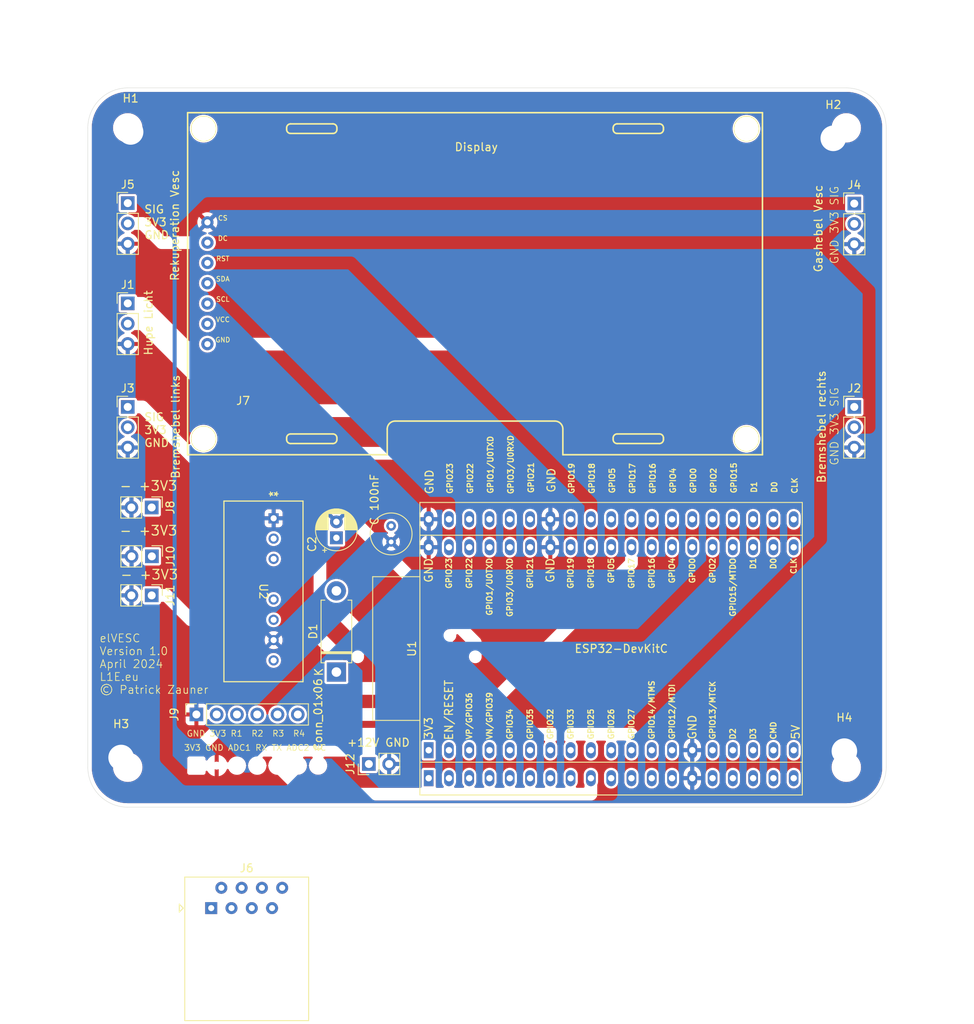
<source format=kicad_pcb>
(kicad_pcb (version 20240108) (generator "pcbnew") (generator_version "8.0")
  (layers (0 "F.Cu" signal) (31 "B.Cu" signal) (34 "B.Paste" user) (35 "F.Paste" user) (36 "B.SilkS" user "B.Silkscreen") (37 "F.SilkS" user "F.Silkscreen") (38 "B.Mask" user) (39 "F.Mask" user) (44 "Edge.Cuts" user))
  (net 0 "")
  (net 1 "Net-(J2-V-In)")
  (net 2 "Net-(J1-S2)")
  (net 3 "Net-(J7-CS)")
  (net 4 "Net-(J7-SDA)")
  (net 5 "Net-(J3-V-Out)")
  (net 6 "+3.3V")
  (net 7 "Net-(J2-V-Out)")
  (net 8 "Net-(J1-S1)")
  (net 9 "+5V")
  (net 11 "Net-(J6-RX|SDA)")
  (net 12 "Net-(J4-V-Out)")
  (net 13 "Net-(J5-V-Out)")
  (net 14 "+12V")
  (net 15 "GND")
  (net 16 "Net-(J7-SCLK)")
  (net 17 "Net-(J9-Pin_5)")
  (net 25 "Net-(J9-Pin_3)")
  (net 27 "Net-(J9-Pin_4)")
  (net 28 "Net-(U1-MTDI{slash}GPIO12{slash}ADC2_CH5)")
  (net 29 "+3V3")
  (net 32 "Net-(J6-TX|SCL)")
  (net 38 "Net-(J7-DC)")
  (net 45 "Net-(D1-K)")
  (net 46 "Net-(J9-Pin_2)")
  (footprint "Connector_RJ:RJ45_Amphenol_54602-x08_Horizontal" (layer "F.Cu") (at 40.455 146.63)
    (property "Reference" "J6" (at 4.445 -5 0) (layer "F.SilkS"))
    (property "Value" "VESC Conn")
    (pad "" np_thru_hole circle (at -1.27 6.35) (size 3.2 3.2) (drill 3.2) (layers "*.Cu" "*.Mask"))
    (pad "" np_thru_hole circle (at 10.16 6.35) (size 3.2 3.2) (drill 3.2) (layers "*.Cu" "*.Mask"))
    (pad "1" thru_hole rect (at 0 0) (size 1.5 1.5) (drill 0.76) (layers "*.Cu" "*.Mask") (net 9 "+5V"))
    (pad "2" thru_hole circle (at 1.27 -2.54) (size 1.5 1.5) (drill 0.76) (layers "*.Cu" "*.Mask") (net 29 "+3V3"))
    (pad "3" thru_hole circle (at 2.54 0) (size 1.5 1.5) (drill 0.76) (layers "*.Cu" "*.Mask") (net 15 "GND"))
    (pad "4" thru_hole circle (at 3.81 -2.54) (size 1.5 1.5) (drill 0.76) (layers "*.Cu" "*.Mask") (net 12 "Net-(J4-V-Out)"))
    (pad "5" thru_hole circle (at 5.08 0) (size 1.5 1.5) (drill 0.76) (layers "*.Cu" "*.Mask") (net 11 "Net-(J6-RX|SDA)"))
    (pad "6" thru_hole circle (at 6.35 -2.54) (size 1.5 1.5) (drill 0.76) (layers "*.Cu" "*.Mask") (net 32 "Net-(J6-TX|SCL)"))
    (pad "7" thru_hole circle (at 7.62 0) (size 1.5 1.5) (drill 0.76) (layers "*.Cu" "*.Mask") (net 13 "Net-(J5-V-Out)"))
    (pad "8" thru_hole circle (at 8.89 -2.54) (size 1.5 1.5) (drill 0.76) (layers "*.Cu" "*.Mask"))
  )
  (footprint "Capacitor_THT:CP_Radial_D5.0mm_P2.00mm" (layer "F.Cu") (at 56.134 100.298 90)
    (property "Reference" "C2" (at -0.794 -3.048 90) (layer "F.SilkS"))
    (property "Value" "C")
    (pad "1" thru_hole rect (at 0 0 90) (size 1.6 1.6) (drill 0.8) (layers "*.Cu" "*.Mask") (net 45 "Net-(D1-K)"))
    (pad "2" thru_hole circle (at 2 0 90) (size 1.6 1.6) (drill 0.8) (layers "*.Cu" "*.Mask") (net 15 "GND"))
  )
  (footprint "Connector_PinHeader_2.54mm:PinHeader_1x02_P2.54mm_Vertical" (layer "F.Cu") (at 33.02 102.616 -90)
    (property "Reference" "J10" (at 0 -2.33 90) (layer "F.SilkS"))
    (property "Value" "DC 3.3V")
    (pad "1" thru_hole rect (at 0 0 270) (size 1.7 1.7) (drill 1) (layers "*.Cu" "*.Mask") (net 15 "GND"))
    (pad "2" thru_hole oval (at 0 2.54 270) (size 1.7 1.7) (drill 1) (layers "*.Cu" "*.Mask") (net 29 "+3V3"))
  )
  (footprint "dc-dc:DPBW06_MWU" (layer "F.Cu") (at 48.27 97.856 -90)
    (property "Reference" "U2" (at 9.144 1.27 -90) (layer "F.SilkS"))
    (property "Value" "~")
    (fp_text user "*" (at -3.048 0 90) (layer "F.SilkS"))
    (fp_text user "*" (at -3.048 0 -90) (layer "F.SilkS"))
    (pad "1" thru_hole rect (at 0 0 270) (size 1.27 1.27) (drill 0.762) (layers "*.Cu" "*.Mask") (net 15 "GND"))
    (pad "2" thru_hole circle (at 2.54 0 270) (size 1.27 1.27) (drill 0.762) (layers "*.Cu" "*.Mask") (net 45 "Net-(D1-K)"))
    (pad "3" thru_hole circle (at 5.08 0 270) (size 1.27 1.27) (drill 0.762) (layers "*.Cu" "*.Mask"))
    (pad "5" thru_hole circle (at 10.16 0 270) (size 1.27 1.27) (drill 0.762) (layers "*.Cu" "*.Mask"))
    (pad "6" thru_hole circle (at 12.7 0 270) (size 1.27 1.27) (drill 0.762) (layers "*.Cu" "*.Mask") (net 6 "+3.3V"))
    (pad "7" thru_hole circle (at 15.24 0 270) (size 1.27 1.27) (drill 0.762) (layers "*.Cu" "*.Mask") (net 15 "GND"))
    (pad "8" thru_hole circle (at 17.78 0 270) (size 1.27 1.27) (drill 0.762) (layers "*.Cu" "*.Mask"))
  )
  (footprint "Capacitor_THT:C_Radial_D5.0mm_H5.0mm_P2.00mm" (layer "F.Cu") (at 62.992 98.806 -90)
    (property "Reference" "C1" (hide yes))
    (property "Value" "C 100nF" (at -3.306 2.092 -90) (layer "F.SilkS"))
    (pad "1" thru_hole circle (at 0 0 270) (size 1.2 1.2) (drill 0.6) (layers "*.Cu" "*.Mask") (net 1 "Net-(J2-V-In)"))
    (pad "2" thru_hole circle (at 2 0 270) (size 1.2 1.2) (drill 0.6) (layers "*.Cu" "*.Mask") (net 15 "GND"))
  )
  (footprint "Connector_PinHeader_2.54mm:PinHeader_1x03_P2.54mm_Vertical" (layer "F.Cu") (at 30 58.42)
    (property "Reference" "J5" (at 0 -2.33 0) (layer "F.SilkS"))
    (property "Value" "Rekuperation Vesc" (at 5.9 2.78 90) (layer "F.SilkS"))
    (pad "1" thru_hole rect (at 0 0) (size 1.7 1.7) (drill 1) (layers "*.Cu" "*.Mask") (net 13 "Net-(J5-V-Out)"))
    (pad "2" thru_hole oval (at 0 2.54) (size 1.7 1.7) (drill 1) (layers "*.Cu" "*.Mask") (net 9 "+5V"))
    (pad "3" thru_hole oval (at 0 5.08) (size 1.7 1.7) (drill 1) (layers "*.Cu" "*.Mask") (net 15 "GND"))
  )
  (footprint "Connector_PinHeader_2.54mm:PinHeader_1x03_P2.54mm_Vertical" (layer "F.Cu") (at 121 58.475)
    (property "Reference" "J4" (at 0 -2.33 0) (layer "F.SilkS"))
    (property "Value" "Gashebel Vesc" (at -4.5 3.125 90) (layer "F.SilkS"))
    (pad "1" thru_hole rect (at 0 0) (size 1.7 1.7) (drill 1) (layers "*.Cu" "*.Mask") (net 12 "Net-(J4-V-Out)"))
    (pad "2" thru_hole oval (at 0 2.54) (size 1.7 1.7) (drill 1) (layers "*.Cu" "*.Mask") (net 9 "+5V"))
    (pad "3" thru_hole oval (at 0 5.08) (size 1.7 1.7) (drill 1) (layers "*.Cu" "*.Mask") (net 15 "GND"))
  )
  (footprint "display:DIYMORE.CC" (layer "F.Cu") (at 36.83 89.4991)
    (property "Reference" "J7" (at 7.62 -6.35 0) (layer "F.SilkS"))
    (property "Value" "Display" (at 36.83 -38.1 0) (layer "F.SilkS"))
    (fp_text user "GND" (at 5.08 -13.97 0) (layer "F.SilkS") (effects (font (size 0.6 0.6) (thickness 0.1))))
    (fp_text user "RST" (at 5.08 -24.13 0) (layer "F.SilkS") (effects (font (size 0.6 0.6) (thickness 0.1))))
    (fp_text user "DC" (at 5.08 -26.67 0) (layer "F.SilkS") (effects (font (size 0.6 0.6) (thickness 0.1))))
    (fp_text user "SDA" (at 5.08 -21.59 0) (layer "F.SilkS") (effects (font (size 0.6 0.6) (thickness 0.1))))
    (fp_text user "VCC" (at 5.08 -16.51 0) (layer "F.SilkS") (effects (font (size 0.6 0.6) (thickness 0.1))))
    (fp_text user "SCL" (at 5.08 -19.05 0) (layer "F.SilkS") (effects (font (size 0.6 0.6) (thickness 0.1))))
    (fp_text user "CS" (at 5.08 -29.21 0) (layer "F.SilkS") (effects (font (size 0.6 0.6) (thickness 0.1))))
    (pad "" np_thru_hole circle (at 2.66192 -1.6002) (size 3 3) (drill 3) (layers "*.Cu" "*.Mask"))
    (pad "" np_thru_hole circle (at 2.67208 -40.39616) (size 3 3) (drill 3) (layers "*.Cu" "*.Mask"))
    (pad "" np_thru_hole circle (at 70.66788 -40.386) (size 3 3) (drill 3) (layers "*.Cu" "*.Mask"))
    (pad "" np_thru_hole circle (at 70.67296 -1.6002) (size 3 3) (drill 3) (layers "*.Cu" "*.Mask"))
    (pad "1" thru_hole circle (at 3.1496 -28.6766) (size 1.524 1.524) (drill 0.762) (layers "*.Cu" "*.Mask") (net 3 "Net-(J7-CS)"))
    (pad "2" thru_hole circle (at 3.1496 -26.1366) (size 1.524 1.524) (drill 0.762) (layers "*.Cu" "*.Mask") (net 38 "Net-(J7-DC)"))
    (pad "3" thru_hole circle (at 3.1496 -23.5966) (size 1.524 1.524) (drill 0.762) (layers "*.Cu" "*.Mask"))
    (pad "4" thru_hole circle (at 3.1496 -21.0566) (size 1.524 1.524) (drill 0.762) (layers "*.Cu" "*.Mask") (net 4 "Net-(J7-SDA)"))
    (pad "5" thru_hole circle (at 3.1496 -18.5166) (size 1.524 1.524) (drill 0.762) (layers "*.Cu" "*.Mask") (net 16 "Net-(J7-SCLK)"))
    (pad "6" thru_hole circle (at 3.1496 -15.9766) (size 1.524 1.524) (drill 0.762) (layers "*.Cu" "*.Mask") (net 29 "+3V3"))
    (pad "7" thru_hole circle (at 3.1496 -13.4366) (size 1.524 1.524) (drill 0.762) (layers "*.Cu" "*.Mask") (net 15 "GND"))
  )
  (footprint "Connector_PinHeader_2.54mm:PinHeader_1x02_P2.54mm_Vertical" (layer "F.Cu") (at 33 96.5 -90)
    (property "Reference" "J8" (at 0 -2.33 90) (layer "F.SilkS"))
    (property "Value" "DC 5V")
    (pad "1" thru_hole rect (at 0 0 270) (size 1.7 1.7) (drill 1) (layers "*.Cu" "*.Mask") (net 15 "GND"))
    (pad "2" thru_hole oval (at 0 2.54 270) (size 1.7 1.7) (drill 1) (layers "*.Cu" "*.Mask") (net 9 "+5V"))
  )
  (footprint "Connector_PinHeader_2.54mm:PinHeader_1x03_P2.54mm_Vertical" (layer "F.Cu") (at 30 83.92)
    (property "Reference" "J3" (at 0 -2.33 0) (layer "F.SilkS"))
    (property "Value" "Bremshebel links" (at 6 2.48 90) (layer "F.SilkS"))
    (pad "1" thru_hole rect (at 0 0) (size 1.7 1.7) (drill 1) (layers "*.Cu" "*.Mask") (net 5 "Net-(J3-V-Out)"))
    (pad "2" thru_hole oval (at 0 2.54) (size 1.7 1.7) (drill 1) (layers "*.Cu" "*.Mask") (net 1 "Net-(J2-V-In)"))
    (pad "3" thru_hole oval (at 0 5.08) (size 1.7 1.7) (drill 1) (layers "*.Cu" "*.Mask") (net 15 "GND"))
  )
  (footprint "Diode_THT:D_DO-15_P10.16mm_Horizontal" (layer "F.Cu") (at 56.134 117.094 90)
    (property "Reference" "D1" (at 5.08 -2.92 -90) (layer "F.SilkS"))
    (property "Value" "D")
    (fp_text user "K" (at 0 -2.2 -90) (layer "F.SilkS"))
    (pad "1" thru_hole rect (at 0 0 90) (size 2.4 2.4) (drill 1.2) (layers "*.Cu" "*.Mask") (net 45 "Net-(D1-K)"))
    (pad "2" thru_hole oval (at 10.16 0 90) (size 2.4 2.4) (drill 1.2) (layers "*.Cu" "*.Mask") (net 14 "+12V"))
  )
  (footprint "Connector_PinHeader_2.54mm:PinHeader_1x03_P2.54mm_Vertical" (layer "F.Cu") (at 30 70.96)
    (property "Reference" "J1" (at 0 -2.33 0) (layer "F.SilkS"))
    (property "Value" "Hupe Licht" (at 2.6 2.44 90) (layer "F.SilkS"))
    (pad "1" thru_hole rect (at 0 0) (size 1.7 1.7) (drill 1) (layers "*.Cu" "*.Mask") (net 8 "Net-(J1-S1)"))
    (pad "2" thru_hole oval (at 0 2.54) (size 1.7 1.7) (drill 1) (layers "*.Cu" "*.Mask") (net 2 "Net-(J1-S2)"))
    (pad "3" thru_hole oval (at 0 5.08) (size 1.7 1.7) (drill 1) (layers "*.Cu" "*.Mask") (net 15 "GND"))
  )
  (footprint "Connector_PinHeader_2.54mm:PinHeader_1x02_P2.54mm_Vertical" (layer "F.Cu") (at 33 107.5 -90)
    (property "Reference" "J11" (at 0 -2.33 90) (layer "F.SilkS"))
    (property "Value" "DC 5V")
    (pad "1" thru_hole rect (at 0 0 270) (size 1.7 1.7) (drill 1) (layers "*.Cu" "*.Mask") (net 15 "GND"))
    (pad "2" thru_hole oval (at 0 2.54 270) (size 1.7 1.7) (drill 1) (layers "*.Cu" "*.Mask") (net 9 "+5V"))
  )
  (footprint "MountingHole:MountingHole_3.2mm_M3" (layer "F.Cu") (at 119.76 126.99)
    (property "Reference" "H4" (at 0 -4.2 0) (layer "F.SilkS"))
    (property "Value" "MountingHole")
    (pad "" np_thru_hole circle (at 0 0) (size 3.2 3.2) (drill 3.2) (layers "*.Cu" "*.Mask"))
  )
  (footprint "Connector_PinHeader_2.54mm:PinHeader_1x03_P2.54mm_Vertical" (layer "F.Cu") (at 121 83.92)
    (property "Reference" "J2" (at 0 -2.33 0) (layer "F.SilkS"))
    (property "Value" "Bremshebel rechts" (at -4.1 2.48 90) (layer "F.SilkS"))
    (pad "1" thru_hole rect (at 0 0) (size 1.7 1.7) (drill 1) (layers "*.Cu" "*.Mask") (net 7 "Net-(J2-V-Out)"))
    (pad "2" thru_hole oval (at 0 2.54) (size 1.7 1.7) (drill 1) (layers "*.Cu" "*.Mask") (net 1 "Net-(J2-V-In)"))
    (pad "3" thru_hole oval (at 0 5.08) (size 1.7 1.7) (drill 1) (layers "*.Cu" "*.Mask") (net 15 "GND"))
  )
  (footprint "MountingHole:MountingHole_3.2mm_M3" (layer "F.Cu") (at 118.37 50.31)
    (property "Reference" "H2" (at 0 -4.2 0) (layer "F.SilkS"))
    (property "Value" "MountingHole")
    (pad "" np_thru_hole circle (at 0 0) (size 3.2 3.2) (drill 3.2) (layers "*.Cu" "*.Mask"))
  )
  (footprint "PCM_Espressif:ESP32-DevKitC" (layer "F.Cu") (at 67.691 126.873 90)
    (property "Reference" "U1" (at 12.7 -2.1 -90) (layer "F.SilkS"))
    (property "Value" "ESP32-DevKitC" (at 12.7 24.13 0) (layer "F.SilkS"))
    (fp_text user "GND" (at 35.4 15.36 90) (layer "F.SilkS") (effects (justify right)))
    (fp_text user "GPIO22" (at 36 5.2 90) (layer "F.SilkS") (effects (font (size 0.7 0.7)) (justify right)))
    (fp_text user "GND" (at 24.13 15.24 90) (layer "F.SilkS") (effects (justify right)))
    (fp_text user "GPIO1/U0TXD" (at 24.13 7.62 90) (layer "F.SilkS") (effects (font (size 0.7 0.7)) (justify right)))
    (fp_text user "GPIO34" (at 1.27 10.16 90) (layer "F.SilkS") (effects (font (size 0.7 0.7)) (justify left)))
    (fp_text user "D3" (at 1.27 40.64 90) (layer "F.SilkS") (effects (font (size 0.7 0.7)) (justify left)))
    (fp_text user "GPIO16" (at 24.13 27.94 90) (layer "F.SilkS") (effects (font (size 0.7 0.7)) (justify right)))
    (fp_text user "D0" (at 33.7 43.3 90) (layer "F.SilkS") (effects (font (size 0.7 0.7)) (justify right)))
    (fp_text user "5V" (at 1.26632 45.97128 90) (layer "F.SilkS") (effects (justify left)))
    (fp_text user "VP/GPIO36" (at 1.27 5.08 90) (layer "F.SilkS") (effects (font (size 0.7 0.7)) (justify left)))
    (fp_text user "GPIO17" (at 24.13 25.4 90) (layer "F.SilkS") (effects (font (size 0.7 0.7)) (justify right)))
    (fp_text user "GPIO5" (at 24.13 22.86 90) (layer "F.SilkS") (effects (font (size 0.7 0.7)) (justify right)))
    (fp_text user "D1" (at 33.7 40.76 90) (layer "F.SilkS") (effects (font (size 0.7 0.7)) (justify right)))
    (fp_text user "EN/RESET" (at 8.88632 2.53728 90) (layer "F.SilkS") (effects (justify right)))
    (fp_text user "GPIO15" (at 36.068 38.22 90) (layer "F.SilkS") (effects (font (size 0.7 0.7)) (justify right)))
    (fp_text user "GPIO13/MTCK" (at 1.27 35.56 90) (layer "F.SilkS") (effects (font (size 0.7 0.7)) (justify left)))
    (fp_text user "GPIO0" (at 24.13 33.02 90) (layer "F.SilkS") (effects (font (size 0.7 0.7)) (justify right)))
    (fp_text user "GPIO18" (at 36 20.44 90) (layer "F.SilkS") (effects (font (size 0.7 0.7)) (justify right)))
    (fp_text user "D0" (at 24.13 43.18 90) (layer "F.SilkS") (effects (font (size 0.7 0.7)) (justify right)))
    (fp_text user "GPIO2" (at 35.4 35.68 90) (layer "F.SilkS") (effects (font (size 0.7 0.7)) (justify right)))
    (fp_text user "GPIO21" (at 36.1 12.82 90) (layer "F.SilkS") (effects (font (size 0.7 0.7)) (justify right)))
    (fp_text user "GPIO18" (at 24.13 20.32 90) (layer "F.SilkS") (effects (font (size 0.7 0.7)) (justify right)))
    (fp_text user "GPIO14/MTMS" (at 1.27 27.94 90) (layer "F.SilkS") (effects (font (size 0.7 0.7)) (justify left)))
    (fp_text user "GPIO19" (at 24.13 17.78 90) (layer "F.SilkS") (effects (font (size 0.7 0.7)) (justify right)))
    (fp_text user "GPIO21" (at 24.13 12.7 90) (layer "F.SilkS") (effects (font (size 0.7 0.7)) (justify right)))
    (fp_text user "GPIO4" (at 35.4 30.6 90) (layer "F.SilkS") (effects (font (size 0.7 0.7)) (justify right)))
    (fp_text user "D2" (at 1.27 38.1 90) (layer "F.SilkS") (effects (font (size 0.7 0.7)) (justify left)))
    (fp_text user "GPIO16" (at 36 28.06 90) (layer "F.SilkS") (effects (font (size 0.7 0.7)) (justify right)))
    (fp_text user "GND" (at 24.13 0 90) (layer "F.SilkS") (effects (justify right)))
    (fp_text user "D1" (at 24.13 40.64 90) (layer "F.SilkS") (effects (font (size 0.7 0.7)) (justify right)))
    (fp_text user "GPIO26" (at 1.27 22.86 90) (layer "F.SilkS") (effects (font (size 0.7 0.7)) (justify left)))
    (fp_text user "GND" (at 35.2 0.1 90) (layer "F.SilkS") (effects (justify right)))
    (fp_text user "GPIO19" (at 36 17.9 90) (layer "F.SilkS") (effects (font (size 0.7 0.7)) (justify right)))
    (fp_text user "GPIO23" (at 24.13 2.54 90) (layer "F.SilkS") (effects (font (size 0.7 0.7)) (justify right)))
    (fp_text user "GPIO32" (at 1.27 15.24 90) (layer "F.SilkS") (effects (font (size 0.7 0.7)) (justify left)))
    (fp_text user "3V3" (at 1.27 0 90) (layer "F.SilkS") (effects (justify left)))
    (fp_text user "GPIO4" (at 24.13 30.48 90) (layer "F.SilkS") (effects (font (size 0.7 0.7)) (justify right)))
    (fp_text user "GPIO35" (at 1.27 12.7 90) (layer "F.SilkS") (effects (font (size 0.7 0.7)) (justify left)))
    (fp_text user "CLK" (at 34.2 45.84 90) (layer "F.SilkS") (effects (font (size 0.7 0.7)) (justify right)))
    (fp_text user "GPIO3/U0RXD" (at 39.5 10.28 90) (layer "F.SilkS") (effects (font (size 0.7 0.7)) (justify right)))
    (fp_text user "GPIO1/U0TXD" (at 39.4 7.74 90) (layer "F.SilkS") (effects (font (size 0.7 0.7)) (justify right)))
    (fp_text user "GPIO25" (at 1.27 20.32 90) (layer "F.SilkS") (effects (font (size 0.7 0.7)) (justify left)))
    (fp_text user "GPIO3/U0RXD" (at 24.13 10.16 90) (layer "F.SilkS") (effects (font (size 0.7 0.7)) (justify right)))
    (fp_text user "CLK" (at 24.13 45.72 90) (layer "F.SilkS") (effects (font (size 0.7 0.7)) (justify right)))
    (fp_text user "GPIO15/MTDO" (at 24.13 38.1 90) (layer "F.SilkS") (effects (font (size 0.7 0.7)) (justify right)))
    (fp_text user "GPIO22" (at 24.13 5.08 90) (layer "F.SilkS") (effects (font (size 0.7 0.7)) (justify right)))
    (fp_text user "GPIO2" (at 24.13 35.56 90) (layer "F.SilkS") (effects (font (size 0.7 0.7)) (justify right)))
    (fp_text user "GPIO27" (at 1.27 25.4 90) (layer "F.SilkS") (effects (font (size 0.7 0.7)) (justify left)))
    (fp_text user "CMD" (at 1.27 43.18 90) (layer "F.SilkS") (effects (font (size 0.7 0.7)) (justify left)))
    (fp_text user "GPIO0" (at 35.4 33.14 90) (layer "F.SilkS") (effects (font (size 0.7 0.7)) (justify right)))
    (fp_text user "GPIO5" (at 35.4 22.98 90) (layer "F.SilkS") (effects (font (size 0.7 0.7)) (justify right)))
    (fp_text user "GPIO23" (at 36 2.66 90) (layer "F.SilkS") (effects (font (size 0.7 0.7)) (justify right)))
    (fp_text user "GPIO17" (at 36 25.52 90) (layer "F.SilkS") (effects (font (size 0.7 0.7)) (justify right)))
    (fp_text user "GPIO33" (at 1.27 17.78 90) (layer "F.SilkS") (effects (font (size 0.7 0.7)) (justify left)))
    (fp_text user "VN/GPIO39" (at 1.27 7.62 90) (layer "F.SilkS") (effects (font (size 0.7 0.7)) (justify left)))
    (fp_text user "GPIO12/MTDI" (at 1.27 30.48 90) (layer "F.SilkS") (effects (font (size 0.7 0.7)) (justify left)))
    (fp_text user "GND" (at 1.27 33.02 90) (layer "F.SilkS") (effects (justify left)))
    (pad "1" thru_hole rect (at -3.5 0) (size 1.2 2) (drill 0.8) (layers "*.Cu" "*.Mask") (net 1 "Net-(J2-V-In)"))
    (pad "1" thru_hole rect (at 0 0) (size 1.2 2) (drill 0.8) (layers "*.Cu" "*.Mask") (net 1 "Net-(J2-V-In)"))
    (pad "2" thru_hole oval (at -3.5 2.54) (size 1.2 2) (drill 0.8) (layers "*.Cu" "*.Mask"))
    (pad "2" thru_hole oval (at 0 2.54) (size 1.2 2) (drill 0.8) (layers "*.Cu" "*.Mask"))
    (pad "3" thru_hole oval (at -3.5 5.08) (size 1.2 2) (drill 0.8) (layers "*.Cu" "*.Mask"))
    (pad "3" thru_hole oval (at 0 5.08) (size 1.2 2) (drill 0.8) (layers "*.Cu" "*.Mask"))
    (pad "4" thru_hole oval (at -3.5 7.62) (size 1.2 2) (drill 0.8) (layers "*.Cu" "*.Mask"))
    (pad "4" thru_hole oval (at 0 7.62) (size 1.2 2) (drill 0.8) (layers "*.Cu" "*.Mask"))
    (pad "5" thru_hole oval (at -3.5 10.16) (size 1.2 2) (drill 0.8) (layers "*.Cu" "*.Mask"))
    (pad "5" thru_hole oval (at 0 10.16) (size 1.2 2) (drill 0.8) (layers "*.Cu" "*.Mask"))
    (pad "6" thru_hole oval (at -3.5 12.7) (size 1.2 2) (drill 0.8) (layers "*.Cu" "*.Mask"))
    (pad "6" thru_hole oval (at 0 12.7) (size 1.2 2) (drill 0.8) (layers "*.Cu" "*.Mask"))
    (pad "7" thru_hole oval (at -3.5 15.24) (size 1.2 2) (drill 0.8) (layers "*.Cu" "*.Mask") (net 5 "Net-(J3-V-Out)"))
    (pad "7" thru_hole oval (at 0 15.24) (size 1.2 2) (drill 0.8) (layers "*.Cu" "*.Mask") (net 5 "Net-(J3-V-Out)"))
    (pad "8" thru_hole oval (at -3.5 17.78) (size 1.2 2) (drill 0.8) (layers "*.Cu" "*.Mask") (net 7 "Net-(J2-V-Out)"))
    (pad "8" thru_hole oval (at 0 17.78) (size 1.2 2) (drill 0.8) (layers "*.Cu" "*.Mask") (net 7 "Net-(J2-V-Out)"))
    (pad "9" thru_hole oval (at -3.5 20.32) (size 1.2 2) (drill 0.8) (layers "*.Cu" "*.Mask"))
    (pad "9" thru_hole oval (at 0 20.32) (size 1.2 2) (drill 0.8) (layers "*.Cu" "*.Mask"))
    (pad "10" thru_hole oval (at -3.5 22.86) (size 1.2 2) (drill 0.8) (layers "*.Cu" "*.Mask") (net 46 "Net-(J9-Pin_2)"))
    (pad "10" thru_hole oval (at 0 22.86) (size 1.2 2) (drill 0.8) (layers "*.Cu" "*.Mask") (net 46 "Net-(J9-Pin_2)"))
    (pad "11" thru_hole oval (at -3.5 25.4) (size 1.2 2) (drill 0.8) (layers "*.Cu" "*.Mask") (net 25 "Net-(J9-Pin_3)"))
    (pad "11" thru_hole oval (at 0 25.4) (size 1.2 2) (drill 0.8) (layers "*.Cu" "*.Mask") (net 25 "Net-(J9-Pin_3)"))
    (pad "12" thru_hole oval (at -3.5 27.94) (size 1.2 2) (drill 0.8) (layers "*.Cu" "*.Mask"))
    (pad "12" thru_hole oval (at 0 27.94) (size 1.2 2) (drill 0.8) (layers "*.Cu" "*.Mask"))
    (pad "13" thru_hole oval (at -3.5 30.48) (size 1.2 2) (drill 0.8) (layers "*.Cu" "*.Mask") (net 28 "Net-(U1-MTDI{slash}GPIO12{slash}ADC2_CH5)"))
    (pad "13" thru_hole oval (at 0 30.48) (size 1.2 2) (drill 0.8) (layers "*.Cu" "*.Mask") (net 28 "Net-(U1-MTDI{slash}GPIO12{slash}ADC2_CH5)"))
    (pad "14" thru_hole oval (at -3.5 33.02) (size 1.2 2) (drill 0.8) (layers "*.Cu" "*.Mask") (net 15 "GND"))
    (pad "14" thru_hole oval (at 0 33.02) (size 1.2 2) (drill 0.8) (layers "*.Cu" "*.Mask") (net 15 "GND"))
    (pad "15" thru_hole oval (at -3.5 35.56) (size 1.2 2) (drill 0.8) (layers "*.Cu" "*.Mask"))
    (pad "15" thru_hole oval (at 0 35.56) (size 1.2 2) (drill 0.8) (layers "*.Cu" "*.Mask"))
    (pad "16" thru_hole oval (at -3.5 38.1) (size 1.2 2) (drill 0.8) (layers "*.Cu" "*.Mask"))
    (pad "16" thru_hole oval (at 0 38.1) (size 1.2 2) (drill 0.8) (layers "*.Cu" "*.Mask"))
    (pad "17" thru_hole oval (at -3.5 40.64) (size 1.2 2) (drill 0.8) (layers "*.Cu" "*.Mask"))
    (pad "17" thru_hole oval (at 0 40.64) (size 1.2 2) (drill 0.8) (layers "*.Cu" "*.Mask"))
    (pad "18" thru_hole oval (at -3.5 43.18) (size 1.2 2) (drill 0.8) (layers "*.Cu" "*.Mask"))
    (pad "18" thru_hole oval (at 0 43.18) (size 1.2 2) (drill 0.8) (layers "*.Cu" "*.Mask"))
    (pad "19" thru_hole oval (at -3.5 45.72) (size 1.2 2) (drill 0.8) (layers "*.Cu" "*.Mask") (net 9 "+5V"))
    (pad "19" thru_hole oval (at 0 45.72) (size 1.2 2) (drill 0.8) (layers "*.Cu" "*.Mask") (net 9 "+5V"))
    (pad "20" thru_hole oval (at 25.39632 45.71728) (size 1.2 2) (drill 0.8) (layers "*.Cu" "*.Mask"))
    (pad "20" thru_hole oval (at 28.89632 45.71728) (size 1.2 2) (drill 0.8) (layers "*.Cu" "*.Mask"))
    (pad "21" thru_hole oval (at 25.39632 43.17728) (size 1.2 2) (drill 0.8) (layers "*.Cu" "*.Mask"))
    (pad "21" thru_hole oval (at 28.89632 43.17728) (size 1.2 2) (drill 0.8) (layers "*.Cu" "*.Mask"))
    (pad "22" thru_hole oval (at 25.4 40.64) (size 1.2 2) (drill 0.8) (layers "*.Cu" "*.Mask"))
    (pad "22" thru_hole oval (at 28.9 40.64) (size 1.2 2) (drill 0.8) (layers "*.Cu" "*.Mask"))
    (pad "23" thru_hole oval (at 25.4 38.1) (size 1.2 2) (drill 0.8) (layers "*.Cu" "*.Mask") (net 38 "Net-(J7-DC)"))
    (pad "23" thru_hole oval (at 28.9 38.1) (size 1.2 2) (drill 0.8) (layers "*.Cu" "*.Mask") (net 38 "Net-(J7-DC)"))
    (pad "24" thru_hole oval (at 25.4 35.56) (size 1.2 2) (drill 0.8) (layers "*.Cu" "*.Mask") (net 17 "Net-(J9-Pin_5)"))
    (pad "24" thru_hole oval (at 28.9 35.56) (size 1.2 2) (drill 0.8) (layers "*.Cu" "*.Mask") (net 17 "Net-(J9-Pin_5)"))
    (pad "25" thru_hole oval (at 25.4 33.02) (size 1.2 2) (drill 0.8) (layers "*.Cu" "*.Mask"))
    (pad "25" thru_hole oval (at 28.9 33.02) (size 1.2 2) (drill 0.8) (layers "*.Cu" "*.Mask"))
    (pad "26" thru_hole oval (at 25.4 30.48) (size 1.2 2) (drill 0.8) (layers "*.Cu" "*.Mask") (net 27 "Net-(J9-Pin_4)"))
    (pad "26" thru_hole oval (at 28.9 30.48) (size 1.2 2) (drill 0.8) (layers "*.Cu" "*.Mask") (net 27 "Net-(J9-Pin_4)"))
    (pad "27" thru_hole oval (at 25.4 27.94) (size 1.2 2) (drill 0.8) (layers "*.Cu" "*.Mask") (net 32 "Net-(J6-TX|SCL)"))
    (pad "27" thru_hole oval (at 28.9 27.94) (size 1.2 2) (drill 0.8) (layers "*.Cu" "*.Mask") (net 32 "Net-(J6-TX|SCL)"))
    (pad "28" thru_hole oval (at 25.4 25.4) (size 1.2 2) (drill 0.8) (layers "*.Cu" "*.Mask") (net 11 "Net-(J6-RX|SDA)"))
    (pad "28" thru_hole oval (at 28.9 25.4) (size 1.2 2) (drill 0.8) (layers "*.Cu" "*.Mask") (net 11 "Net-(J6-RX|SDA)"))
    (pad "29" thru_hole oval (at 25.4 22.86) (size 1.2 2) (drill 0.8) (layers "*.Cu" "*.Mask") (net 3 "Net-(J7-CS)"))
    (pad "29" thru_hole oval (at 28.9 22.86) (size 1.2 2) (drill 0.8) (layers "*.Cu" "*.Mask") (net 3 "Net-(J7-CS)"))
    (pad "30" thru_hole oval (at 25.4 20.32) (size 1.2 2) (drill 0.8) (layers "*.Cu" "*.Mask") (net 16 "Net-(J7-SCLK)"))
    (pad "30" thru_hole oval (at 28.9 20.32) (size 1.2 2) (drill 0.8) (layers "*.Cu" "*.Mask") (net 16 "Net-(J7-SCLK)"))
    (pad "31" thru_hole oval (at 25.4 17.78) (size 1.2 2) (drill 0.8) (layers "*.Cu" "*.Mask"))
    (pad "31" thru_hole oval (at 28.9 17.78) (size 1.2 2) (drill 0.8) (layers "*.Cu" "*.Mask"))
    (pad "32" thru_hole oval (at 25.4 15.24) (size 1.2 2) (drill 0.8) (layers "*.Cu" "*.Mask") (net 15 "GND"))
    (pad "32" thru_hole oval (at 28.9 15.24) (size 1.2 2) (drill 0.8) (layers "*.Cu" "*.Mask") (net 15 "GND"))
    (pad "33" thru_hole oval (at 25.4 12.7) (size 1.2 2) (drill 0.8) (layers "*.Cu" "*.Mask") (net 8 "Net-(J1-S1)"))
    (pad "33" thru_hole oval (at 28.9 12.7) (size 1.2 2) (drill 0.8) (layers "*.Cu" "*.Mask") (net 8 "Net-(J1-S1)"))
    (pad "34" thru_hole oval (at 25.4 10.16) (size 1.2 2) (drill 0.8) (layers "*.Cu" "*.Mask"))
    (pad "34" thru_hole oval (at 28.9 10.16) (size 1.2 2) (drill 0.8) (layers "*.Cu" "*.Mask"))
    (pad "35" thru_hole oval (at 25.4 7.62) (size 1.2 2) (drill 0.8) (layers "*.Cu" "*.Mask"))
    (pad "35" thru_hole oval (at 28.9 7.62) (size 1.2 2) (drill 0.8) (layers "*.Cu" "*.Mask"))
    (pad "36" thru_hole oval (at 25.4 5.08) (size 1.2 2) (drill 0.8) (layers "*.Cu" "*.Mask") (net 2 "Net-(J1-S2)"))
    (pad "36" thru_hole oval (at 28.9 5.08) (size 1.2 2) (drill 0.8) (layers "*.Cu" "*.Mask") (net 2 "Net-(J1-S2)"))
    (pad "37" thru_hole oval (at 25.4 2.54) (size 1.2 2) (drill 0.8) (layers "*.Cu" "*.Mask") (net 4 "Net-(J7-SDA)"))
    (pad "37" thru_hole oval (at 28.9 2.54) (size 1.2 2) (drill 0.8) (layers "*.Cu" "*.Mask") (net 4 "Net-(J7-SDA)"))
    (pad "38" thru_hole oval (at 25.4 0) (size 1.2 2) (drill 0.8) (layers "*.Cu" "*.Mask") (net 15 "GND"))
    (pad "38" thru_hole oval (at 28.9 0) (size 1.2 2) (drill 0.8) (layers "*.Cu" "*.Mask") (net 15 "GND"))
  )
  (footprint "Connector_PinHeader_2.54mm:PinHeader_1x02_P2.54mm_Vertical" (layer "F.Cu") (at 60.2 128.6 90)
    (property "Reference" "J12" (at 0 -2.33 -90) (layer "F.SilkS"))
    (property "Value" "-")
    (pad "1" thru_hole rect (at 0 0 90) (size 1.7 1.7) (drill 1) (layers "*.Cu" "*.Mask") (net 14 "+12V"))
    (pad "2" thru_hole oval (at 0 2.54 90) (size 1.7 1.7) (drill 1) (layers "*.Cu" "*.Mask") (net 15 "GND"))
  )
  (footprint "Connector_PinSocket_2.54mm:PinSocket_1x06_P2.54mm_Vertical" (layer "F.Cu") (at 38.6 122.4 90)
    (property "Reference" "J9" (at 0 -2.77 -90) (layer "F.SilkS"))
    (property "Value" "Conn_01x06" (at -0.028 15.248 -90) (layer "F.SilkS"))
    (pad "1" thru_hole rect (at 0 0 90) (size 1.7 1.7) (drill 1) (layers "*.Cu" "*.Mask") (net 15 "GND"))
    (pad "2" thru_hole oval (at 0 2.54 90) (size 1.7 1.7) (drill 1) (layers "*.Cu" "*.Mask") (net 46 "Net-(J9-Pin_2)"))
    (pad "3" thru_hole oval (at 0 5.08 90) (size 1.7 1.7) (drill 1) (layers "*.Cu" "*.Mask") (net 25 "Net-(J9-Pin_3)"))
    (pad "4" thru_hole oval (at 0 7.62 90) (size 1.7 1.7) (drill 1) (layers "*.Cu" "*.Mask") (net 27 "Net-(J9-Pin_4)"))
    (pad "5" thru_hole oval (at 0 10.16 90) (size 1.7 1.7) (drill 1) (layers "*.Cu" "*.Mask") (net 17 "Net-(J9-Pin_5)"))
    (pad "6" thru_hole oval (at 0 12.7 90) (size 1.7 1.7) (drill 1) (layers "*.Cu" "*.Mask") (net 29 "+3V3"))
  )
  (footprint "MountingHole:MountingHole_3.2mm_M3" (layer "F.Cu") (at 29.17 127.79)
    (property "Reference" "H3" (at 0 -4.2 0) (layer "F.SilkS"))
    (property "Value" "MountingHole")
    (pad "" np_thru_hole circle (at 0 0) (size 3.2 3.2) (drill 3.2) (layers "*.Cu" "*.Mask"))
  )
  (footprint "MountingHole:MountingHole_3.2mm_M3" (layer "F.Cu") (at 30.36 49.51)
    (property "Reference" "H1" (at 0 -4.2 0) (layer "F.SilkS"))
    (property "Value" "MountingHole")
    (pad "" np_thru_hole circle (at 0 0) (size 3.2 3.2) (drill 3.2) (layers "*.Cu" "*.Mask"))
  )
  (gr_line (start 30 44) (end 120 44) (stroke (width 0.05)) (layer "Edge.Cuts"))
  (gr_arc (start 30 134) (mid 26.464466 132.535534) (end 25 129) (stroke (width 0.05)) (layer "Edge.Cuts"))
  (gr_arc (start 120 44) (mid 123.535534 45.464466) (end 125 49) (stroke (width 0.05)) (layer "Edge.Cuts"))
  (gr_line (start 125 49) (end 125 129) (stroke (width 0.05)) (layer "Edge.Cuts"))
  (gr_line (start 120 134) (end 30 134) (stroke (width 0.05)) (layer "Edge.Cuts"))
  (gr_arc (start 25 49) (mid 26.464466 45.464466) (end 30 44) (stroke (width 0.05)) (layer "Edge.Cuts"))
  (gr_line (start 25 129) (end 25 49) (stroke (width 0.05)) (layer "Edge.Cuts"))
  (gr_arc (start 125 129) (mid 123.535534 132.535534) (end 120 134) (stroke (width 0.05)) (layer "Edge.Cuts"))
  (gr_text "GND 3V3 SIG" (at 119.1 66.1 90) (layer "F.SilkS") (effects (font (size 1 1) (thickness 0.1)) (justify left bottom)))
  (gr_text "- +3V3" (at 29 105.6 0) (layer "F.SilkS") (effects (font (size 1.2 1.2)) (justify left bottom)))
  (gr_text "3V3 GND ADC1 RX TX ADC2 NC" (at 37 127 0) (layer "F.SilkS") (effects (font (size 0.75 0.75) (thickness 0.1)) (justify left bottom)))
  (gr_text "- +3V3" (at 28.9 94.5 0) (layer "F.SilkS") (effects (font (size 1.2 1.2)) (justify left bottom)))
  (gr_text "SIG\n3V3\nGND" (at 32 63 0) (layer "F.SilkS") (effects (font (size 1 1)) (justify left bottom)))
  (gr_text "GND 3V3 SIG" (at 119.1 91.3 90) (layer "F.SilkS") (effects (font (size 1 1) (thickness 0.1)) (justify left bottom)))
  (gr_text "GND 3V3 R1  R2  R3  R4" (at 37.338 125.222 0) (layer "F.SilkS") (effects (font (size 0.75 0.75) (thickness 0.1)) (justify left bottom)))
  (gr_text "elVESC\nVersion 1.0\nApril 2024\nL1E.eu\n© Patrick Zauner" (at 26.416 119.888 0) (layer "F.SilkS") (effects (font (size 1 1) (thickness 0.1)) (justify left bottom)))
  (gr_text "- +3V3" (at 28.9 100.1 0) (layer "F.SilkS") (effects (font (size 1.2 1.2)) (justify left bottom)))
  (gr_text "SIG\n3V3\nGND" (at 32 89 0) (layer "F.SilkS") (effects (font (size 1 1)) (justify left bottom)))
  (gr_text "+12V GND\n" (at 57.4 126.5 0) (layer "F.SilkS") (effects (font (size 1 1)) (justify left bottom)))
  (zone (net 15) (net_name "GND") (layers "F&B.Cu") (priority 1) (connect_pads (clearance 0.3)) (min_thickness 0.25) (fill yes (thermal_gap 0.5) (thermal_bridge_width 0.5))
    (polygon (pts (xy 17 33) (xy 136 35) (xy 134 147) (xy 14 143) (xy 16 33)))
  )
)
</source>
